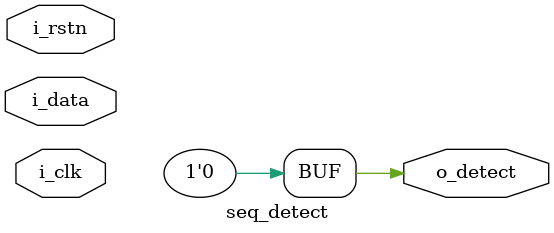
<source format=sv>

module seq_detect (
    input   logic           i_clk,
    input   logic           i_rstn,
    input   logic           i_data,
    output  logic           o_detect
);

// Edit the code here begin ---------------------------------------------------

    assign o_detect = 'b0;

// Edit the code here end -----------------------------------------------------

/*
    Following section is necessary for dumping waveforms. This is needed for debug and simulations
*/

`ifndef DISABLE_WAVES
    initial begin
        $dumpfile("./sim_build/seq_detect.vcd");
        $dumpvars(0, seq_detect);
    end
`endif

endmodule

</source>
